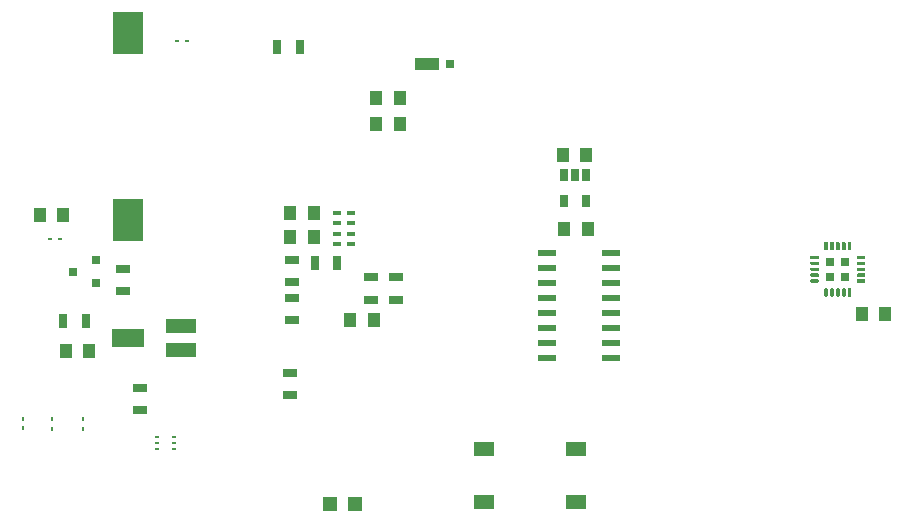
<source format=gbr>
G04 #@! TF.GenerationSoftware,KiCad,Pcbnew,(5.1.8-0-10_14)*
G04 #@! TF.CreationDate,2020-12-09T20:54:59-05:00*
G04 #@! TF.ProjectId,Arducon,41726475-636f-46e2-9e6b-696361645f70,rev?*
G04 #@! TF.SameCoordinates,Original*
G04 #@! TF.FileFunction,Paste,Top*
G04 #@! TF.FilePolarity,Positive*
%FSLAX46Y46*%
G04 Gerber Fmt 4.6, Leading zero omitted, Abs format (unit mm)*
G04 Created by KiCad (PCBNEW (5.1.8-0-10_14)) date 2020-12-09 20:54:59*
%MOMM*%
%LPD*%
G01*
G04 APERTURE LIST*
%ADD10R,0.750000X0.750000*%
%ADD11R,1.000000X1.250000*%
%ADD12R,0.700000X1.300000*%
%ADD13R,1.300000X0.700000*%
%ADD14R,0.680000X0.380000*%
%ADD15R,2.600000X3.660000*%
%ADD16R,2.600000X3.540000*%
%ADD17R,1.198880X1.198880*%
%ADD18R,0.800100X0.800100*%
%ADD19R,0.431180X0.179720*%
%ADD20R,2.700000X1.600000*%
%ADD21R,2.500000X1.200000*%
%ADD22R,1.750000X1.300000*%
%ADD23R,0.650000X1.060000*%
%ADD24R,1.500000X0.600000*%
%ADD25R,0.800000X0.800000*%
%ADD26R,2.000000X1.100000*%
%ADD27R,0.360000X0.250000*%
%ADD28R,0.250000X0.360000*%
G04 APERTURE END LIST*
G36*
G01*
X162645000Y-111300000D02*
X162495000Y-111300000D01*
G75*
G02*
X162420000Y-111225000I0J75000D01*
G01*
X162420000Y-110645000D01*
G75*
G02*
X162495000Y-110570000I75000J0D01*
G01*
X162645000Y-110570000D01*
G75*
G02*
X162720000Y-110645000I0J-75000D01*
G01*
X162720000Y-111225000D01*
G75*
G02*
X162645000Y-111300000I-75000J0D01*
G01*
G37*
G36*
G01*
X163145000Y-111300000D02*
X162995000Y-111300000D01*
G75*
G02*
X162920000Y-111225000I0J75000D01*
G01*
X162920000Y-110645000D01*
G75*
G02*
X162995000Y-110570000I75000J0D01*
G01*
X163145000Y-110570000D01*
G75*
G02*
X163220000Y-110645000I0J-75000D01*
G01*
X163220000Y-111225000D01*
G75*
G02*
X163145000Y-111300000I-75000J0D01*
G01*
G37*
G36*
G01*
X163645000Y-111300000D02*
X163495000Y-111300000D01*
G75*
G02*
X163420000Y-111225000I0J75000D01*
G01*
X163420000Y-110645000D01*
G75*
G02*
X163495000Y-110570000I75000J0D01*
G01*
X163645000Y-110570000D01*
G75*
G02*
X163720000Y-110645000I0J-75000D01*
G01*
X163720000Y-111225000D01*
G75*
G02*
X163645000Y-111300000I-75000J0D01*
G01*
G37*
G36*
G01*
X164145000Y-111300000D02*
X163995000Y-111300000D01*
G75*
G02*
X163920000Y-111225000I0J75000D01*
G01*
X163920000Y-110645000D01*
G75*
G02*
X163995000Y-110570000I75000J0D01*
G01*
X164145000Y-110570000D01*
G75*
G02*
X164220000Y-110645000I0J-75000D01*
G01*
X164220000Y-111225000D01*
G75*
G02*
X164145000Y-111300000I-75000J0D01*
G01*
G37*
G36*
G01*
X164645000Y-111300000D02*
X164495000Y-111300000D01*
G75*
G02*
X164420000Y-111225000I0J75000D01*
G01*
X164420000Y-110645000D01*
G75*
G02*
X164495000Y-110570000I75000J0D01*
G01*
X164645000Y-110570000D01*
G75*
G02*
X164720000Y-110645000I0J-75000D01*
G01*
X164720000Y-111225000D01*
G75*
G02*
X164645000Y-111300000I-75000J0D01*
G01*
G37*
G36*
G01*
X165900000Y-109895000D02*
X165900000Y-110045000D01*
G75*
G02*
X165825000Y-110120000I-75000J0D01*
G01*
X165245000Y-110120000D01*
G75*
G02*
X165170000Y-110045000I0J75000D01*
G01*
X165170000Y-109895000D01*
G75*
G02*
X165245000Y-109820000I75000J0D01*
G01*
X165825000Y-109820000D01*
G75*
G02*
X165900000Y-109895000I0J-75000D01*
G01*
G37*
G36*
G01*
X165900000Y-109395000D02*
X165900000Y-109545000D01*
G75*
G02*
X165825000Y-109620000I-75000J0D01*
G01*
X165245000Y-109620000D01*
G75*
G02*
X165170000Y-109545000I0J75000D01*
G01*
X165170000Y-109395000D01*
G75*
G02*
X165245000Y-109320000I75000J0D01*
G01*
X165825000Y-109320000D01*
G75*
G02*
X165900000Y-109395000I0J-75000D01*
G01*
G37*
G36*
G01*
X165900000Y-108895000D02*
X165900000Y-109045000D01*
G75*
G02*
X165825000Y-109120000I-75000J0D01*
G01*
X165245000Y-109120000D01*
G75*
G02*
X165170000Y-109045000I0J75000D01*
G01*
X165170000Y-108895000D01*
G75*
G02*
X165245000Y-108820000I75000J0D01*
G01*
X165825000Y-108820000D01*
G75*
G02*
X165900000Y-108895000I0J-75000D01*
G01*
G37*
G36*
G01*
X165900000Y-108395000D02*
X165900000Y-108545000D01*
G75*
G02*
X165825000Y-108620000I-75000J0D01*
G01*
X165245000Y-108620000D01*
G75*
G02*
X165170000Y-108545000I0J75000D01*
G01*
X165170000Y-108395000D01*
G75*
G02*
X165245000Y-108320000I75000J0D01*
G01*
X165825000Y-108320000D01*
G75*
G02*
X165900000Y-108395000I0J-75000D01*
G01*
G37*
G36*
G01*
X165900000Y-107895000D02*
X165900000Y-108045000D01*
G75*
G02*
X165825000Y-108120000I-75000J0D01*
G01*
X165245000Y-108120000D01*
G75*
G02*
X165170000Y-108045000I0J75000D01*
G01*
X165170000Y-107895000D01*
G75*
G02*
X165245000Y-107820000I75000J0D01*
G01*
X165825000Y-107820000D01*
G75*
G02*
X165900000Y-107895000I0J-75000D01*
G01*
G37*
G36*
G01*
X164645000Y-107370000D02*
X164495000Y-107370000D01*
G75*
G02*
X164420000Y-107295000I0J75000D01*
G01*
X164420000Y-106715000D01*
G75*
G02*
X164495000Y-106640000I75000J0D01*
G01*
X164645000Y-106640000D01*
G75*
G02*
X164720000Y-106715000I0J-75000D01*
G01*
X164720000Y-107295000D01*
G75*
G02*
X164645000Y-107370000I-75000J0D01*
G01*
G37*
G36*
G01*
X164145000Y-107370000D02*
X163995000Y-107370000D01*
G75*
G02*
X163920000Y-107295000I0J75000D01*
G01*
X163920000Y-106715000D01*
G75*
G02*
X163995000Y-106640000I75000J0D01*
G01*
X164145000Y-106640000D01*
G75*
G02*
X164220000Y-106715000I0J-75000D01*
G01*
X164220000Y-107295000D01*
G75*
G02*
X164145000Y-107370000I-75000J0D01*
G01*
G37*
G36*
G01*
X163645000Y-107370000D02*
X163495000Y-107370000D01*
G75*
G02*
X163420000Y-107295000I0J75000D01*
G01*
X163420000Y-106715000D01*
G75*
G02*
X163495000Y-106640000I75000J0D01*
G01*
X163645000Y-106640000D01*
G75*
G02*
X163720000Y-106715000I0J-75000D01*
G01*
X163720000Y-107295000D01*
G75*
G02*
X163645000Y-107370000I-75000J0D01*
G01*
G37*
G36*
G01*
X163145000Y-107370000D02*
X162995000Y-107370000D01*
G75*
G02*
X162920000Y-107295000I0J75000D01*
G01*
X162920000Y-106715000D01*
G75*
G02*
X162995000Y-106640000I75000J0D01*
G01*
X163145000Y-106640000D01*
G75*
G02*
X163220000Y-106715000I0J-75000D01*
G01*
X163220000Y-107295000D01*
G75*
G02*
X163145000Y-107370000I-75000J0D01*
G01*
G37*
G36*
G01*
X162645000Y-107370000D02*
X162495000Y-107370000D01*
G75*
G02*
X162420000Y-107295000I0J75000D01*
G01*
X162420000Y-106715000D01*
G75*
G02*
X162495000Y-106640000I75000J0D01*
G01*
X162645000Y-106640000D01*
G75*
G02*
X162720000Y-106715000I0J-75000D01*
G01*
X162720000Y-107295000D01*
G75*
G02*
X162645000Y-107370000I-75000J0D01*
G01*
G37*
G36*
G01*
X161970000Y-107895000D02*
X161970000Y-108045000D01*
G75*
G02*
X161895000Y-108120000I-75000J0D01*
G01*
X161315000Y-108120000D01*
G75*
G02*
X161240000Y-108045000I0J75000D01*
G01*
X161240000Y-107895000D01*
G75*
G02*
X161315000Y-107820000I75000J0D01*
G01*
X161895000Y-107820000D01*
G75*
G02*
X161970000Y-107895000I0J-75000D01*
G01*
G37*
G36*
G01*
X161970000Y-108395000D02*
X161970000Y-108545000D01*
G75*
G02*
X161895000Y-108620000I-75000J0D01*
G01*
X161315000Y-108620000D01*
G75*
G02*
X161240000Y-108545000I0J75000D01*
G01*
X161240000Y-108395000D01*
G75*
G02*
X161315000Y-108320000I75000J0D01*
G01*
X161895000Y-108320000D01*
G75*
G02*
X161970000Y-108395000I0J-75000D01*
G01*
G37*
G36*
G01*
X161970000Y-108895000D02*
X161970000Y-109045000D01*
G75*
G02*
X161895000Y-109120000I-75000J0D01*
G01*
X161315000Y-109120000D01*
G75*
G02*
X161240000Y-109045000I0J75000D01*
G01*
X161240000Y-108895000D01*
G75*
G02*
X161315000Y-108820000I75000J0D01*
G01*
X161895000Y-108820000D01*
G75*
G02*
X161970000Y-108895000I0J-75000D01*
G01*
G37*
G36*
G01*
X161970000Y-109395000D02*
X161970000Y-109545000D01*
G75*
G02*
X161895000Y-109620000I-75000J0D01*
G01*
X161315000Y-109620000D01*
G75*
G02*
X161240000Y-109545000I0J75000D01*
G01*
X161240000Y-109395000D01*
G75*
G02*
X161315000Y-109320000I75000J0D01*
G01*
X161895000Y-109320000D01*
G75*
G02*
X161970000Y-109395000I0J-75000D01*
G01*
G37*
G36*
G01*
X161970000Y-109895000D02*
X161970000Y-110045000D01*
G75*
G02*
X161895000Y-110120000I-75000J0D01*
G01*
X161315000Y-110120000D01*
G75*
G02*
X161240000Y-110045000I0J75000D01*
G01*
X161240000Y-109895000D01*
G75*
G02*
X161315000Y-109820000I75000J0D01*
G01*
X161895000Y-109820000D01*
G75*
G02*
X161970000Y-109895000I0J-75000D01*
G01*
G37*
D10*
X164195000Y-108345000D03*
X162945000Y-108345000D03*
X164195000Y-109595000D03*
X162945000Y-109595000D03*
D11*
X122270000Y-113300000D03*
X124270000Y-113300000D03*
X117180000Y-106270000D03*
X119180000Y-106270000D03*
X98000000Y-104340000D03*
X96000000Y-104340000D03*
X126480000Y-94490000D03*
X124480000Y-94490000D03*
X142270000Y-99270000D03*
X140270000Y-99270000D03*
X140390000Y-105600000D03*
X142390000Y-105600000D03*
X100200000Y-115890000D03*
X98200000Y-115890000D03*
X117180000Y-104240000D03*
X119180000Y-104240000D03*
X126510000Y-96670000D03*
X124510000Y-96670000D03*
X167600000Y-112780000D03*
X165600000Y-112780000D03*
D12*
X121190000Y-108480000D03*
X119290000Y-108480000D03*
D13*
X124060000Y-111530000D03*
X124060000Y-109630000D03*
X117390000Y-110050000D03*
X117390000Y-108150000D03*
X117390000Y-113290000D03*
X117390000Y-111390000D03*
X117150000Y-117710000D03*
X117150000Y-119610000D03*
X103080000Y-108930000D03*
X103080000Y-110830000D03*
X104490000Y-119020000D03*
X104490000Y-120920000D03*
D12*
X98000000Y-113360000D03*
X99900000Y-113360000D03*
D13*
X126120000Y-109630000D03*
X126120000Y-111530000D03*
D14*
X122340000Y-104170000D03*
X122340000Y-105070000D03*
X122340000Y-105970000D03*
X122340000Y-106870000D03*
X121140000Y-104170000D03*
X121140000Y-105070000D03*
X121140000Y-105970000D03*
X121140000Y-106870000D03*
D15*
X103460000Y-104800000D03*
D16*
X103460000Y-89000000D03*
D17*
X120590980Y-128880000D03*
X122689020Y-128880000D03*
D18*
X100790760Y-110120000D03*
X100790760Y-108220000D03*
X98791780Y-109170000D03*
D19*
X105911180Y-124150380D03*
X105911180Y-123650000D03*
X105911180Y-123149620D03*
X107348820Y-123149620D03*
X107348820Y-123650000D03*
X107348820Y-124150380D03*
D20*
X103430000Y-114770000D03*
D21*
X107930000Y-115770000D03*
X107930000Y-113770000D03*
D22*
X141410000Y-124210000D03*
X133610000Y-124210000D03*
X133610000Y-128710000D03*
X141410000Y-128710000D03*
D23*
X142280000Y-100980000D03*
X141330000Y-100980000D03*
X140380000Y-100980000D03*
X140380000Y-103180000D03*
X142280000Y-103180000D03*
D24*
X138930000Y-107565000D03*
X138930000Y-108835000D03*
X138930000Y-110105000D03*
X138930000Y-111375000D03*
X138930000Y-112645000D03*
X138930000Y-113915000D03*
X138930000Y-115185000D03*
X138930000Y-116455000D03*
X144330000Y-116455000D03*
X144330000Y-115185000D03*
X144330000Y-113915000D03*
X144330000Y-112645000D03*
X144330000Y-111375000D03*
X144330000Y-110105000D03*
X144330000Y-108835000D03*
X144330000Y-107565000D03*
D25*
X130700000Y-91590000D03*
D26*
X128800000Y-91590000D03*
D27*
X96905000Y-106400000D03*
X97745000Y-106400000D03*
X108495000Y-89625000D03*
X107655000Y-89625000D03*
D28*
X94600000Y-121605000D03*
X94600000Y-122445000D03*
X97075000Y-122470000D03*
X97075000Y-121630000D03*
X99700000Y-121655000D03*
X99700000Y-122495000D03*
D12*
X118000000Y-90150000D03*
X116100000Y-90150000D03*
M02*

</source>
